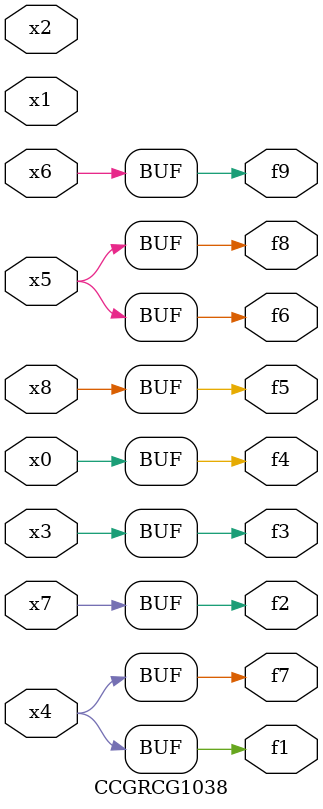
<source format=v>
module CCGRCG1038(
	input x0, x1, x2, x3, x4, x5, x6, x7, x8,
	output f1, f2, f3, f4, f5, f6, f7, f8, f9
);
	assign f1 = x4;
	assign f2 = x7;
	assign f3 = x3;
	assign f4 = x0;
	assign f5 = x8;
	assign f6 = x5;
	assign f7 = x4;
	assign f8 = x5;
	assign f9 = x6;
endmodule

</source>
